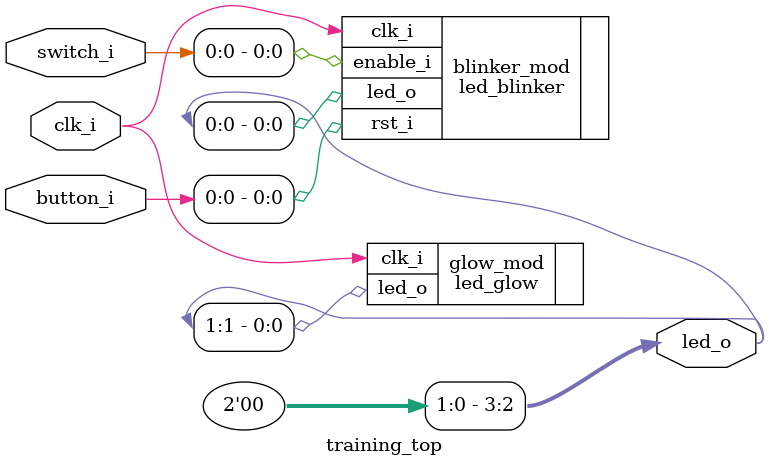
<source format=v>
`timescale 1ns / 1ps


module training_top(
    input wire clk_i,
    input wire [3:0] button_i,
    input wire [3:0] switch_i,
    output wire [3:0] led_o
    );
    
    led_blinker blinker_mod(
        .clk_i      ( clk_i         ),
        .rst_i      ( button_i[0]   ),
        .enable_i   ( switch_i[0]   ),
        .led_o      ( led_o[0]      )
    );
    
    led_glow glow_mod(
        .clk_i      ( clk_i         ),
        .led_o      ( led_o[1]      )
    );
    
    assign led_o[3:2] = 2'b00;
    
endmodule

</source>
